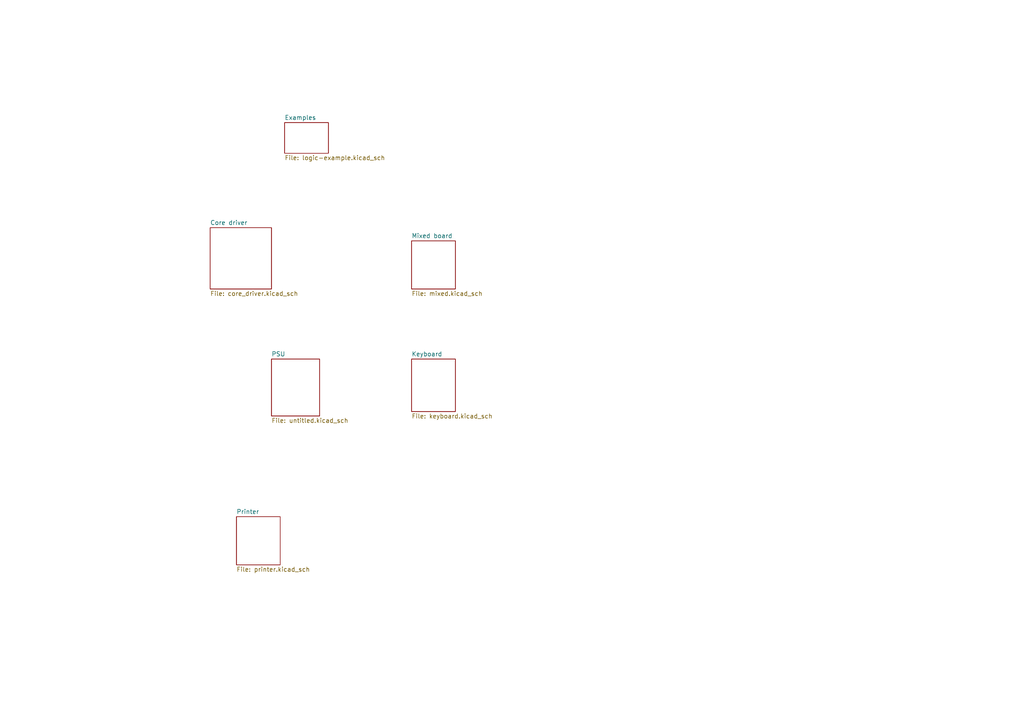
<source format=kicad_sch>
(kicad_sch
	(version 20250114)
	(generator "eeschema")
	(generator_version "9.0")
	(uuid "930449e3-5c89-4670-88fc-7eae8a9212fd")
	(paper "A4")
	(lib_symbols)
	(sheet
		(at 78.74 104.14)
		(size 13.97 16.51)
		(exclude_from_sim no)
		(in_bom yes)
		(on_board yes)
		(dnp no)
		(fields_autoplaced yes)
		(stroke
			(width 0.1524)
			(type solid)
		)
		(fill
			(color 0 0 0 0.0000)
		)
		(uuid "01706e60-ec11-4817-83b5-6e31b72f7189")
		(property "Sheetname" "PSU"
			(at 78.74 103.4284 0)
			(effects
				(font
					(size 1.27 1.27)
				)
				(justify left bottom)
			)
		)
		(property "Sheetfile" "untitled.kicad_sch"
			(at 78.74 121.2346 0)
			(effects
				(font
					(size 1.27 1.27)
				)
				(justify left top)
			)
		)
		(instances
			(project "mathatron"
				(path "/930449e3-5c89-4670-88fc-7eae8a9212fd"
					(page "4")
				)
			)
		)
	)
	(sheet
		(at 82.55 35.56)
		(size 12.7 8.89)
		(exclude_from_sim no)
		(in_bom yes)
		(on_board yes)
		(dnp no)
		(fields_autoplaced yes)
		(stroke
			(width 0.1524)
			(type solid)
		)
		(fill
			(color 0 0 0 0.0000)
		)
		(uuid "134f7653-b4ab-4a8a-bffa-92e1f75f7a6d")
		(property "Sheetname" "Examples"
			(at 82.55 34.8484 0)
			(effects
				(font
					(size 1.27 1.27)
				)
				(justify left bottom)
			)
		)
		(property "Sheetfile" "logic-example.kicad_sch"
			(at 82.55 45.0346 0)
			(effects
				(font
					(size 1.27 1.27)
				)
				(justify left top)
			)
		)
		(instances
			(project "mathatron"
				(path "/930449e3-5c89-4670-88fc-7eae8a9212fd"
					(page "7")
				)
			)
		)
	)
	(sheet
		(at 119.38 104.14)
		(size 12.7 15.24)
		(exclude_from_sim no)
		(in_bom yes)
		(on_board yes)
		(dnp no)
		(fields_autoplaced yes)
		(stroke
			(width 0.1524)
			(type solid)
		)
		(fill
			(color 0 0 0 0.0000)
		)
		(uuid "2761eb76-6968-482e-8787-72663d92f03a")
		(property "Sheetname" "Keyboard"
			(at 119.38 103.4284 0)
			(effects
				(font
					(size 1.27 1.27)
				)
				(justify left bottom)
			)
		)
		(property "Sheetfile" "keyboard.kicad_sch"
			(at 119.38 119.9646 0)
			(effects
				(font
					(size 1.27 1.27)
				)
				(justify left top)
			)
		)
		(instances
			(project "mathatron"
				(path "/930449e3-5c89-4670-88fc-7eae8a9212fd"
					(page "6")
				)
			)
		)
	)
	(sheet
		(at 60.96 66.04)
		(size 17.78 17.78)
		(exclude_from_sim no)
		(in_bom yes)
		(on_board yes)
		(dnp no)
		(fields_autoplaced yes)
		(stroke
			(width 0.1524)
			(type solid)
		)
		(fill
			(color 0 0 0 0.0000)
		)
		(uuid "2e921b1a-b049-426f-b7e8-45caeebf6a6b")
		(property "Sheetname" "Core driver"
			(at 60.96 65.3284 0)
			(effects
				(font
					(size 1.27 1.27)
				)
				(justify left bottom)
			)
		)
		(property "Sheetfile" "core_driver.kicad_sch"
			(at 60.96 84.4046 0)
			(effects
				(font
					(size 1.27 1.27)
				)
				(justify left top)
			)
		)
		(instances
			(project "mathatron"
				(path "/930449e3-5c89-4670-88fc-7eae8a9212fd"
					(page "2")
				)
			)
		)
	)
	(sheet
		(at 119.38 69.85)
		(size 12.7 13.97)
		(exclude_from_sim no)
		(in_bom yes)
		(on_board yes)
		(dnp no)
		(fields_autoplaced yes)
		(stroke
			(width 0.1524)
			(type solid)
		)
		(fill
			(color 0 0 0 0.0000)
		)
		(uuid "b2a50c0c-79ec-4e06-9be9-733c45dbaa89")
		(property "Sheetname" "Mixed board"
			(at 119.38 69.1384 0)
			(effects
				(font
					(size 1.27 1.27)
				)
				(justify left bottom)
			)
		)
		(property "Sheetfile" "mixed.kicad_sch"
			(at 119.38 84.4046 0)
			(effects
				(font
					(size 1.27 1.27)
				)
				(justify left top)
			)
		)
		(instances
			(project "mathatron"
				(path "/930449e3-5c89-4670-88fc-7eae8a9212fd"
					(page "3")
				)
			)
		)
	)
	(sheet
		(at 68.58 149.86)
		(size 12.7 13.97)
		(exclude_from_sim no)
		(in_bom yes)
		(on_board yes)
		(dnp no)
		(fields_autoplaced yes)
		(stroke
			(width 0.1524)
			(type solid)
		)
		(fill
			(color 0 0 0 0.0000)
		)
		(uuid "df4c861a-2ed9-410f-a0e3-f2104ad4c7b4")
		(property "Sheetname" "Printer"
			(at 68.58 149.1484 0)
			(effects
				(font
					(size 1.27 1.27)
				)
				(justify left bottom)
			)
		)
		(property "Sheetfile" "printer.kicad_sch"
			(at 68.58 164.4146 0)
			(effects
				(font
					(size 1.27 1.27)
				)
				(justify left top)
			)
		)
		(instances
			(project "mathatron"
				(path "/930449e3-5c89-4670-88fc-7eae8a9212fd"
					(page "5")
				)
			)
		)
	)
	(sheet_instances
		(path "/"
			(page "1")
		)
	)
	(embedded_fonts no)
)

</source>
